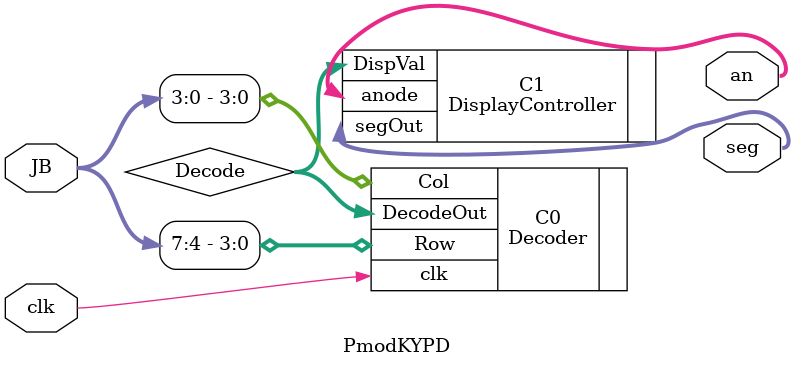
<source format=v>
`timescale 1ns / 1ps

module PmodKYPD(
    clk,
    JB,
    an,
    seg
    );
	 
	 
	input clk;					// 100Mhz onboard clock
	inout [7:0] JB;			// Port JB on Nexys3, JB[3:0] is Columns, JB[10:7] is rows
	output [3:0] an;			// Anodes on seven segment display
	output [6:0] seg;			// Cathodes on seven segment display


	
	// Output wires
	wire [3:0] an;
	wire [6:0] seg;
	
	wire [3:0] Decode;

	Decoder C0(
			.clk(clk),
			.Row(JB[7:4]),
			.Col(JB[3:0]),
			.DecodeOut(Decode)
	);

	DisplayController C1(
			.DispVal(Decode),
			.anode(an),
			.segOut(seg)
	);

endmodule

</source>
